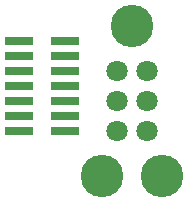
<source format=gbr>
%TF.GenerationSoftware,KiCad,Pcbnew,(6.0.5)*%
%TF.CreationDate,2022-06-03T16:10:37+02:00*%
%TF.ProjectId,sldrlss_stlink,736c6472-6c73-4735-9f73-746c696e6b2e,rev?*%
%TF.SameCoordinates,Original*%
%TF.FileFunction,Soldermask,Top*%
%TF.FilePolarity,Negative*%
%FSLAX46Y46*%
G04 Gerber Fmt 4.6, Leading zero omitted, Abs format (unit mm)*
G04 Created by KiCad (PCBNEW (6.0.5)) date 2022-06-03 16:10:37*
%MOMM*%
%LPD*%
G01*
G04 APERTURE LIST*
%ADD10R,2.400000X0.740000*%
%ADD11C,3.600000*%
%ADD12C,1.800000*%
G04 APERTURE END LIST*
D10*
%TO.C,J2*%
X99650000Y-45720000D03*
X103550000Y-45720000D03*
X99650000Y-46990000D03*
X103550000Y-46990000D03*
X99650000Y-48260000D03*
X103550000Y-48260000D03*
X99650000Y-49530000D03*
X103550000Y-49530000D03*
X99650000Y-50800000D03*
X103550000Y-50800000D03*
X99650000Y-52070000D03*
X103550000Y-52070000D03*
X99650000Y-53340000D03*
X103550000Y-53340000D03*
%TD*%
D11*
%TO.C,J1*%
X106680000Y-57150000D03*
X111760000Y-57150000D03*
X109220000Y-44450000D03*
D12*
X107950000Y-48260000D03*
X110490000Y-48260000D03*
X107950000Y-50800000D03*
X110490000Y-50800000D03*
X107950000Y-53340000D03*
X110490000Y-53340000D03*
%TD*%
M02*

</source>
